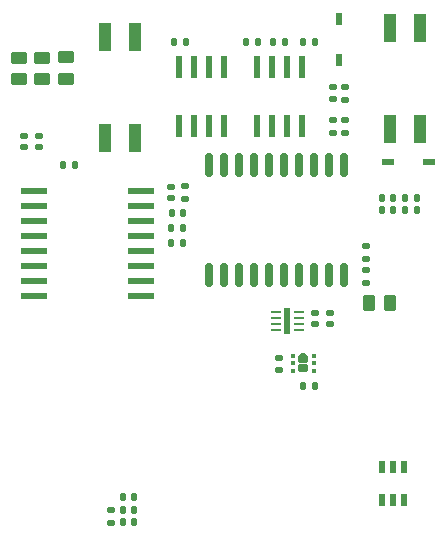
<source format=gbr>
%TF.GenerationSoftware,KiCad,Pcbnew,7.0.5*%
%TF.CreationDate,2023-06-26T09:37:40-04:00*%
%TF.ProjectId,ESP32Sensor-Sensor_board,45535033-3253-4656-9e73-6f722d53656e,rev?*%
%TF.SameCoordinates,Original*%
%TF.FileFunction,Paste,Bot*%
%TF.FilePolarity,Positive*%
%FSLAX46Y46*%
G04 Gerber Fmt 4.6, Leading zero omitted, Abs format (unit mm)*
G04 Created by KiCad (PCBNEW 7.0.5) date 2023-06-26 09:37:40*
%MOMM*%
%LPD*%
G01*
G04 APERTURE LIST*
G04 Aperture macros list*
%AMRoundRect*
0 Rectangle with rounded corners*
0 $1 Rounding radius*
0 $2 $3 $4 $5 $6 $7 $8 $9 X,Y pos of 4 corners*
0 Add a 4 corners polygon primitive as box body*
4,1,4,$2,$3,$4,$5,$6,$7,$8,$9,$2,$3,0*
0 Add four circle primitives for the rounded corners*
1,1,$1+$1,$2,$3*
1,1,$1+$1,$4,$5*
1,1,$1+$1,$6,$7*
1,1,$1+$1,$8,$9*
0 Add four rect primitives between the rounded corners*
20,1,$1+$1,$2,$3,$4,$5,0*
20,1,$1+$1,$4,$5,$6,$7,0*
20,1,$1+$1,$6,$7,$8,$9,0*
20,1,$1+$1,$8,$9,$2,$3,0*%
G04 Aperture macros list end*
%ADD10RoundRect,0.147500X-0.172500X0.147500X-0.172500X-0.147500X0.172500X-0.147500X0.172500X0.147500X0*%
%ADD11R,1.130000X2.440000*%
%ADD12RoundRect,0.135000X-0.185000X0.135000X-0.185000X-0.135000X0.185000X-0.135000X0.185000X0.135000X0*%
%ADD13RoundRect,0.135000X0.135000X0.185000X-0.135000X0.185000X-0.135000X-0.185000X0.135000X-0.185000X0*%
%ADD14RoundRect,0.140000X0.140000X0.170000X-0.140000X0.170000X-0.140000X-0.170000X0.140000X-0.170000X0*%
%ADD15RoundRect,0.147500X-0.147500X-0.172500X0.147500X-0.172500X0.147500X0.172500X-0.147500X0.172500X0*%
%ADD16RoundRect,0.140000X-0.170000X0.140000X-0.170000X-0.140000X0.170000X-0.140000X0.170000X0.140000X0*%
%ADD17R,0.600800X1.111200*%
%ADD18R,0.558800X1.981200*%
%ADD19RoundRect,0.135000X0.185000X-0.135000X0.185000X0.135000X-0.185000X0.135000X-0.185000X-0.135000X0*%
%ADD20RoundRect,0.172500X-0.262500X-0.172500X0.262500X-0.172500X0.262500X0.172500X-0.262500X0.172500X0*%
%ADD21RoundRect,0.093750X-0.093750X-0.106250X0.093750X-0.106250X0.093750X0.106250X-0.093750X0.106250X0*%
%ADD22C,0.700000*%
%ADD23RoundRect,0.135000X-0.135000X-0.185000X0.135000X-0.185000X0.135000X0.185000X-0.135000X0.185000X0*%
%ADD24R,0.558800X1.066800*%
%ADD25RoundRect,0.250000X-0.450000X0.262500X-0.450000X-0.262500X0.450000X-0.262500X0.450000X0.262500X0*%
%ADD26R,1.111200X0.600800*%
%ADD27RoundRect,0.147500X0.147500X0.172500X-0.147500X0.172500X-0.147500X-0.172500X0.147500X-0.172500X0*%
%ADD28RoundRect,0.140000X0.170000X-0.140000X0.170000X0.140000X-0.170000X0.140000X-0.170000X-0.140000X0*%
%ADD29RoundRect,0.250000X0.262500X0.450000X-0.262500X0.450000X-0.262500X-0.450000X0.262500X-0.450000X0*%
%ADD30RoundRect,0.140000X-0.140000X-0.170000X0.140000X-0.170000X0.140000X0.170000X-0.140000X0.170000X0*%
%ADD31RoundRect,0.150000X-0.150000X0.875000X-0.150000X-0.875000X0.150000X-0.875000X0.150000X0.875000X0*%
%ADD32R,0.804800X0.249200*%
%ADD33R,0.610000X2.200000*%
%ADD34RoundRect,0.250000X0.450000X-0.262500X0.450000X0.262500X-0.450000X0.262500X-0.450000X-0.262500X0*%
%ADD35R,2.311400X0.558800*%
G04 APERTURE END LIST*
D10*
%TO.C,FB1*%
X-17272000Y-18819000D03*
X-17272000Y-19789000D03*
%TD*%
D11*
%TO.C,S3*%
X16256000Y-18270000D03*
X16256000Y-9670000D03*
X13716000Y-18270000D03*
X13716000Y-9670000D03*
%TD*%
D12*
%TO.C,R10*%
X11684000Y-30226000D03*
X11684000Y-31246000D03*
%TD*%
D13*
%TO.C,R8*%
X4828000Y-10922000D03*
X3808000Y-10922000D03*
%TD*%
D14*
%TO.C,C17*%
X-7930000Y-50546000D03*
X-8890000Y-50546000D03*
%TD*%
D15*
%TO.C,FB3*%
X-4549000Y-10922000D03*
X-3579000Y-10922000D03*
%TD*%
D16*
%TO.C,C8*%
X7366000Y-33810000D03*
X7366000Y-34770000D03*
%TD*%
D17*
%TO.C,CR1*%
X9398000Y-12393000D03*
X9398000Y-8943000D03*
%TD*%
D11*
%TO.C,S2*%
X-10414000Y-10432000D03*
X-10414000Y-19032000D03*
X-7874000Y-10432000D03*
X-7874000Y-19032000D03*
%TD*%
D18*
%TO.C,U7*%
X-4191000Y-13030200D03*
X-2921000Y-13030200D03*
X-1651000Y-13030200D03*
X-381000Y-13030200D03*
X-381000Y-17957800D03*
X-1651000Y-17957800D03*
X-2921000Y-17957800D03*
X-4191000Y-17957800D03*
%TD*%
D12*
%TO.C,R11*%
X9906000Y-17524000D03*
X9906000Y-18544000D03*
%TD*%
%TO.C,R12*%
X8890000Y-17524000D03*
X8890000Y-18544000D03*
%TD*%
D19*
%TO.C,R18*%
X8890000Y-15748000D03*
X8890000Y-14728000D03*
%TD*%
D13*
%TO.C,R13*%
X16032000Y-24130000D03*
X15012000Y-24130000D03*
%TD*%
D18*
%TO.C,U9*%
X2413000Y-13030200D03*
X3683000Y-13030200D03*
X4953000Y-13030200D03*
X6223000Y-13030200D03*
X6223000Y-17957800D03*
X4953000Y-17957800D03*
X3683000Y-17957800D03*
X2413000Y-17957800D03*
%TD*%
D13*
%TO.C,R14*%
X16032000Y-25146000D03*
X15012000Y-25146000D03*
%TD*%
D20*
%TO.C,U12*%
X6350000Y-37700000D03*
X6350000Y-38500000D03*
D21*
X5462500Y-38750000D03*
X5462500Y-38100000D03*
X5462500Y-37450000D03*
X7237500Y-37450000D03*
X7237500Y-38100000D03*
X7237500Y-38750000D03*
D22*
X6350000Y-37550000D03*
%TD*%
D23*
%TO.C,R15*%
X-4826000Y-26670000D03*
X-3806000Y-26670000D03*
%TD*%
D24*
%TO.C,CR3*%
X13030200Y-46837600D03*
X13970000Y-46837600D03*
X14909800Y-46837600D03*
X14909800Y-49682400D03*
X13970000Y-49682400D03*
X13030200Y-49682400D03*
%TD*%
D25*
%TO.C,R5*%
X-15755548Y-12218720D03*
X-15755548Y-14043720D03*
%TD*%
D26*
%TO.C,CR2*%
X13515000Y-21082000D03*
X16965000Y-21082000D03*
%TD*%
D27*
%TO.C,FB4*%
X7343000Y-10922000D03*
X6373000Y-10922000D03*
%TD*%
D14*
%TO.C,C18*%
X-7958000Y-51562000D03*
X-8918000Y-51562000D03*
%TD*%
D28*
%TO.C,C14*%
X4318000Y-38622000D03*
X4318000Y-37662000D03*
%TD*%
D14*
%TO.C,C6*%
X13970000Y-24130000D03*
X13010000Y-24130000D03*
%TD*%
D29*
%TO.C,R17*%
X13716000Y-33020000D03*
X11891000Y-33020000D03*
%TD*%
D25*
%TO.C,R4*%
X-17716053Y-12207644D03*
X-17716053Y-14032644D03*
%TD*%
D10*
%TO.C,FB2*%
X-16002000Y-18842000D03*
X-16002000Y-19812000D03*
%TD*%
D30*
%TO.C,C12*%
X-4768000Y-25400000D03*
X-3808000Y-25400000D03*
%TD*%
D19*
%TO.C,R19*%
X9906000Y-15750000D03*
X9906000Y-14730000D03*
%TD*%
D31*
%TO.C,U8*%
X-1651000Y-21336000D03*
X-381000Y-21336000D03*
X889000Y-21336000D03*
X2159000Y-21336000D03*
X3429000Y-21336000D03*
X4699000Y-21336000D03*
X5969000Y-21336000D03*
X7239000Y-21336000D03*
X8509000Y-21336000D03*
X9779000Y-21336000D03*
X9779000Y-30636000D03*
X8509000Y-30636000D03*
X7239000Y-30636000D03*
X5969000Y-30636000D03*
X4699000Y-30636000D03*
X3429000Y-30636000D03*
X2159000Y-30636000D03*
X889000Y-30636000D03*
X-381000Y-30636000D03*
X-1651000Y-30636000D03*
%TD*%
D12*
%TO.C,R20*%
X-9934000Y-50544000D03*
X-9934000Y-51564000D03*
%TD*%
D32*
%TO.C,U10*%
X5968802Y-33782000D03*
X5968802Y-34282001D03*
X5968802Y-34782001D03*
X5968802Y-35282002D03*
X4064000Y-35282002D03*
X4064000Y-34782001D03*
X4064000Y-34282001D03*
X4064000Y-33782000D03*
D33*
X5016401Y-34532001D03*
%TD*%
D12*
%TO.C,R9*%
X11684000Y-28194000D03*
X11684000Y-29214000D03*
%TD*%
D14*
%TO.C,C10*%
X-3836000Y-27940000D03*
X-4796000Y-27940000D03*
%TD*%
D30*
%TO.C,C11*%
X-13942000Y-21336000D03*
X-12982000Y-21336000D03*
%TD*%
D14*
%TO.C,C13*%
X7338000Y-39986000D03*
X6378000Y-39986000D03*
%TD*%
D23*
%TO.C,R7*%
X1522000Y-10922000D03*
X2542000Y-10922000D03*
%TD*%
D34*
%TO.C,R6*%
X-13716000Y-14017000D03*
X-13716000Y-12192000D03*
%TD*%
D35*
%TO.C,U11*%
X-16459200Y-32385000D03*
X-16459200Y-31115000D03*
X-16459200Y-29845000D03*
X-16459200Y-28575000D03*
X-16459200Y-27305000D03*
X-16459200Y-26035000D03*
X-16459200Y-24765000D03*
X-16459200Y-23495000D03*
X-7416800Y-23495000D03*
X-7416800Y-24765000D03*
X-7416800Y-26035000D03*
X-7416800Y-27305000D03*
X-7416800Y-28575000D03*
X-7416800Y-29845000D03*
X-7416800Y-31115000D03*
X-7416800Y-32385000D03*
%TD*%
D28*
%TO.C,C15*%
X-4824000Y-24102000D03*
X-4824000Y-23142000D03*
%TD*%
D14*
%TO.C,C16*%
X-7958000Y-49400000D03*
X-8918000Y-49400000D03*
%TD*%
D16*
%TO.C,C9*%
X8636000Y-33810000D03*
X8636000Y-34770000D03*
%TD*%
D12*
%TO.C,R16*%
X-3683000Y-23112000D03*
X-3683000Y-24132000D03*
%TD*%
D14*
%TO.C,C7*%
X13970000Y-25146000D03*
X13010000Y-25146000D03*
%TD*%
M02*

</source>
